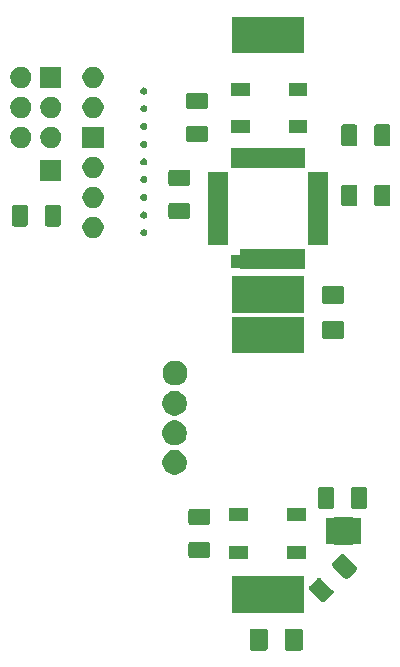
<source format=gbr>
G04 #@! TF.GenerationSoftware,KiCad,Pcbnew,(5.1.6)-1*
G04 #@! TF.CreationDate,2020-06-16T20:45:44-04:00*
G04 #@! TF.ProjectId,SRF Pendants,53524620-5065-46e6-9461-6e74732e6b69,rev?*
G04 #@! TF.SameCoordinates,Original*
G04 #@! TF.FileFunction,Soldermask,Bot*
G04 #@! TF.FilePolarity,Negative*
%FSLAX46Y46*%
G04 Gerber Fmt 4.6, Leading zero omitted, Abs format (unit mm)*
G04 Created by KiCad (PCBNEW (5.1.6)-1) date 2020-06-16 20:45:44*
%MOMM*%
%LPD*%
G01*
G04 APERTURE LIST*
%ADD10C,0.100000*%
G04 APERTURE END LIST*
D10*
G36*
X92300562Y-144778181D02*
G01*
X92335481Y-144788774D01*
X92367663Y-144805976D01*
X92395873Y-144829127D01*
X92419024Y-144857337D01*
X92436226Y-144889519D01*
X92446819Y-144924438D01*
X92451000Y-144966895D01*
X92451000Y-146433105D01*
X92446819Y-146475562D01*
X92436226Y-146510481D01*
X92419024Y-146542663D01*
X92395873Y-146570873D01*
X92367663Y-146594024D01*
X92335481Y-146611226D01*
X92300562Y-146621819D01*
X92258105Y-146626000D01*
X91116895Y-146626000D01*
X91074438Y-146621819D01*
X91039519Y-146611226D01*
X91007337Y-146594024D01*
X90979127Y-146570873D01*
X90955976Y-146542663D01*
X90938774Y-146510481D01*
X90928181Y-146475562D01*
X90924000Y-146433105D01*
X90924000Y-144966895D01*
X90928181Y-144924438D01*
X90938774Y-144889519D01*
X90955976Y-144857337D01*
X90979127Y-144829127D01*
X91007337Y-144805976D01*
X91039519Y-144788774D01*
X91074438Y-144778181D01*
X91116895Y-144774000D01*
X92258105Y-144774000D01*
X92300562Y-144778181D01*
G37*
G36*
X89325562Y-144778181D02*
G01*
X89360481Y-144788774D01*
X89392663Y-144805976D01*
X89420873Y-144829127D01*
X89444024Y-144857337D01*
X89461226Y-144889519D01*
X89471819Y-144924438D01*
X89476000Y-144966895D01*
X89476000Y-146433105D01*
X89471819Y-146475562D01*
X89461226Y-146510481D01*
X89444024Y-146542663D01*
X89420873Y-146570873D01*
X89392663Y-146594024D01*
X89360481Y-146611226D01*
X89325562Y-146621819D01*
X89283105Y-146626000D01*
X88141895Y-146626000D01*
X88099438Y-146621819D01*
X88064519Y-146611226D01*
X88032337Y-146594024D01*
X88004127Y-146570873D01*
X87980976Y-146542663D01*
X87963774Y-146510481D01*
X87953181Y-146475562D01*
X87949000Y-146433105D01*
X87949000Y-144966895D01*
X87953181Y-144924438D01*
X87963774Y-144889519D01*
X87980976Y-144857337D01*
X88004127Y-144829127D01*
X88032337Y-144805976D01*
X88064519Y-144788774D01*
X88099438Y-144778181D01*
X88141895Y-144774000D01*
X89283105Y-144774000D01*
X89325562Y-144778181D01*
G37*
G36*
X92551000Y-143451000D02*
G01*
X86449000Y-143451000D01*
X86449000Y-140349000D01*
X92551000Y-140349000D01*
X92551000Y-143451000D01*
G37*
G36*
X93871278Y-140442448D02*
G01*
X93907818Y-140453533D01*
X93941495Y-140471534D01*
X93975780Y-140499671D01*
X94024465Y-140548356D01*
X94024476Y-140548365D01*
X94951635Y-141475524D01*
X94951644Y-141475535D01*
X95000329Y-141524220D01*
X95028466Y-141558505D01*
X95046467Y-141592182D01*
X95057552Y-141628722D01*
X95061294Y-141666726D01*
X95057552Y-141704730D01*
X95046467Y-141741270D01*
X95028466Y-141774947D01*
X95000329Y-141809232D01*
X94951644Y-141857917D01*
X94951635Y-141857928D01*
X94378030Y-142431533D01*
X94378019Y-142431542D01*
X94329334Y-142480227D01*
X94295049Y-142508364D01*
X94261372Y-142526365D01*
X94224832Y-142537450D01*
X94186828Y-142541192D01*
X94148824Y-142537450D01*
X94112284Y-142526365D01*
X94078607Y-142508364D01*
X94044322Y-142480227D01*
X93995637Y-142431542D01*
X93995626Y-142431533D01*
X93068467Y-141504374D01*
X93068458Y-141504363D01*
X93019773Y-141455678D01*
X92991636Y-141421393D01*
X92973635Y-141387716D01*
X92962550Y-141351176D01*
X92958808Y-141313172D01*
X92962550Y-141275168D01*
X92973635Y-141238628D01*
X92991636Y-141204951D01*
X93019773Y-141170666D01*
X93068458Y-141121981D01*
X93068467Y-141121970D01*
X93642072Y-140548365D01*
X93642083Y-140548356D01*
X93690768Y-140499671D01*
X93725053Y-140471534D01*
X93758730Y-140453533D01*
X93795270Y-140442448D01*
X93833274Y-140438706D01*
X93871278Y-140442448D01*
G37*
G36*
X95851176Y-138462550D02*
G01*
X95887716Y-138473635D01*
X95921393Y-138491636D01*
X95955678Y-138519773D01*
X96004363Y-138568458D01*
X96004374Y-138568467D01*
X96931533Y-139495626D01*
X96931542Y-139495637D01*
X96980227Y-139544322D01*
X97008364Y-139578607D01*
X97026365Y-139612284D01*
X97037450Y-139648824D01*
X97041192Y-139686828D01*
X97037450Y-139724832D01*
X97026365Y-139761372D01*
X97008364Y-139795049D01*
X96980227Y-139829334D01*
X96931542Y-139878019D01*
X96931533Y-139878030D01*
X96357928Y-140451635D01*
X96357917Y-140451644D01*
X96309232Y-140500329D01*
X96274947Y-140528466D01*
X96241270Y-140546467D01*
X96204730Y-140557552D01*
X96166726Y-140561294D01*
X96128722Y-140557552D01*
X96092182Y-140546467D01*
X96058505Y-140528466D01*
X96024220Y-140500329D01*
X95975535Y-140451644D01*
X95975524Y-140451635D01*
X95048365Y-139524476D01*
X95048356Y-139524465D01*
X94999671Y-139475780D01*
X94971534Y-139441495D01*
X94953533Y-139407818D01*
X94942448Y-139371278D01*
X94938706Y-139333274D01*
X94942448Y-139295270D01*
X94953533Y-139258730D01*
X94971534Y-139225053D01*
X94999671Y-139190768D01*
X95048356Y-139142083D01*
X95048365Y-139142072D01*
X95621970Y-138568467D01*
X95621981Y-138568458D01*
X95670666Y-138519773D01*
X95704951Y-138491636D01*
X95738628Y-138473635D01*
X95775168Y-138462550D01*
X95813172Y-138458808D01*
X95851176Y-138462550D01*
G37*
G36*
X92751000Y-138851000D02*
G01*
X91149000Y-138851000D01*
X91149000Y-137749000D01*
X92751000Y-137749000D01*
X92751000Y-138851000D01*
G37*
G36*
X87851000Y-138851000D02*
G01*
X86249000Y-138851000D01*
X86249000Y-137749000D01*
X87851000Y-137749000D01*
X87851000Y-138851000D01*
G37*
G36*
X84468604Y-137428347D02*
G01*
X84505144Y-137439432D01*
X84538821Y-137457433D01*
X84568341Y-137481659D01*
X84592567Y-137511179D01*
X84610568Y-137544856D01*
X84621653Y-137581396D01*
X84626000Y-137625538D01*
X84626000Y-138574462D01*
X84621653Y-138618604D01*
X84610568Y-138655144D01*
X84592567Y-138688821D01*
X84568341Y-138718341D01*
X84538821Y-138742567D01*
X84505144Y-138760568D01*
X84468604Y-138771653D01*
X84424462Y-138776000D01*
X82975538Y-138776000D01*
X82931396Y-138771653D01*
X82894856Y-138760568D01*
X82861179Y-138742567D01*
X82831659Y-138718341D01*
X82807433Y-138688821D01*
X82789432Y-138655144D01*
X82778347Y-138618604D01*
X82774000Y-138574462D01*
X82774000Y-137625538D01*
X82778347Y-137581396D01*
X82789432Y-137544856D01*
X82807433Y-137511179D01*
X82831659Y-137481659D01*
X82861179Y-137457433D01*
X82894856Y-137439432D01*
X82931396Y-137428347D01*
X82975538Y-137424000D01*
X84424462Y-137424000D01*
X84468604Y-137428347D01*
G37*
G36*
X96697066Y-135343447D02*
G01*
X96712611Y-135362389D01*
X96731553Y-135377934D01*
X96753164Y-135389485D01*
X96776613Y-135396598D01*
X96800999Y-135399000D01*
X97401000Y-135399000D01*
X97401000Y-137601000D01*
X96800999Y-137601000D01*
X96776613Y-137603402D01*
X96753164Y-137610515D01*
X96731553Y-137622066D01*
X96712611Y-137637611D01*
X96697066Y-137656553D01*
X96686672Y-137676000D01*
X95113328Y-137676000D01*
X95102934Y-137656553D01*
X95087389Y-137637611D01*
X95068447Y-137622066D01*
X95046836Y-137610515D01*
X95023387Y-137603402D01*
X94999001Y-137601000D01*
X94399000Y-137601000D01*
X94399000Y-135399000D01*
X94999001Y-135399000D01*
X95023387Y-135396598D01*
X95046836Y-135389485D01*
X95068447Y-135377934D01*
X95087389Y-135362389D01*
X95102934Y-135343447D01*
X95113328Y-135324000D01*
X96686672Y-135324000D01*
X96697066Y-135343447D01*
G37*
G36*
X84468604Y-134628347D02*
G01*
X84505144Y-134639432D01*
X84538821Y-134657433D01*
X84568341Y-134681659D01*
X84592567Y-134711179D01*
X84610568Y-134744856D01*
X84621653Y-134781396D01*
X84626000Y-134825538D01*
X84626000Y-135774462D01*
X84621653Y-135818604D01*
X84610568Y-135855144D01*
X84592567Y-135888821D01*
X84568341Y-135918341D01*
X84538821Y-135942567D01*
X84505144Y-135960568D01*
X84468604Y-135971653D01*
X84424462Y-135976000D01*
X82975538Y-135976000D01*
X82931396Y-135971653D01*
X82894856Y-135960568D01*
X82861179Y-135942567D01*
X82831659Y-135918341D01*
X82807433Y-135888821D01*
X82789432Y-135855144D01*
X82778347Y-135818604D01*
X82774000Y-135774462D01*
X82774000Y-134825538D01*
X82778347Y-134781396D01*
X82789432Y-134744856D01*
X82807433Y-134711179D01*
X82831659Y-134681659D01*
X82861179Y-134657433D01*
X82894856Y-134639432D01*
X82931396Y-134628347D01*
X82975538Y-134624000D01*
X84424462Y-134624000D01*
X84468604Y-134628347D01*
G37*
G36*
X92751000Y-135651000D02*
G01*
X91149000Y-135651000D01*
X91149000Y-134549000D01*
X92751000Y-134549000D01*
X92751000Y-135651000D01*
G37*
G36*
X87851000Y-135651000D02*
G01*
X86249000Y-135651000D01*
X86249000Y-134549000D01*
X87851000Y-134549000D01*
X87851000Y-135651000D01*
G37*
G36*
X97718604Y-132778347D02*
G01*
X97755144Y-132789432D01*
X97788821Y-132807433D01*
X97818341Y-132831659D01*
X97842567Y-132861179D01*
X97860568Y-132894856D01*
X97871653Y-132931396D01*
X97876000Y-132975538D01*
X97876000Y-134424462D01*
X97871653Y-134468604D01*
X97860568Y-134505144D01*
X97842567Y-134538821D01*
X97818341Y-134568341D01*
X97788821Y-134592567D01*
X97755144Y-134610568D01*
X97718604Y-134621653D01*
X97674462Y-134626000D01*
X96725538Y-134626000D01*
X96681396Y-134621653D01*
X96644856Y-134610568D01*
X96611179Y-134592567D01*
X96581659Y-134568341D01*
X96557433Y-134538821D01*
X96539432Y-134505144D01*
X96528347Y-134468604D01*
X96524000Y-134424462D01*
X96524000Y-132975538D01*
X96528347Y-132931396D01*
X96539432Y-132894856D01*
X96557433Y-132861179D01*
X96581659Y-132831659D01*
X96611179Y-132807433D01*
X96644856Y-132789432D01*
X96681396Y-132778347D01*
X96725538Y-132774000D01*
X97674462Y-132774000D01*
X97718604Y-132778347D01*
G37*
G36*
X94918604Y-132778347D02*
G01*
X94955144Y-132789432D01*
X94988821Y-132807433D01*
X95018341Y-132831659D01*
X95042567Y-132861179D01*
X95060568Y-132894856D01*
X95071653Y-132931396D01*
X95076000Y-132975538D01*
X95076000Y-134424462D01*
X95071653Y-134468604D01*
X95060568Y-134505144D01*
X95042567Y-134538821D01*
X95018341Y-134568341D01*
X94988821Y-134592567D01*
X94955144Y-134610568D01*
X94918604Y-134621653D01*
X94874462Y-134626000D01*
X93925538Y-134626000D01*
X93881396Y-134621653D01*
X93844856Y-134610568D01*
X93811179Y-134592567D01*
X93781659Y-134568341D01*
X93757433Y-134538821D01*
X93739432Y-134505144D01*
X93728347Y-134468604D01*
X93724000Y-134424462D01*
X93724000Y-132975538D01*
X93728347Y-132931396D01*
X93739432Y-132894856D01*
X93757433Y-132861179D01*
X93781659Y-132831659D01*
X93811179Y-132807433D01*
X93844856Y-132789432D01*
X93881396Y-132778347D01*
X93925538Y-132774000D01*
X94874462Y-132774000D01*
X94918604Y-132778347D01*
G37*
G36*
X81906564Y-129689389D02*
G01*
X82097833Y-129768615D01*
X82097835Y-129768616D01*
X82269973Y-129883635D01*
X82416365Y-130030027D01*
X82531385Y-130202167D01*
X82610611Y-130393436D01*
X82651000Y-130596484D01*
X82651000Y-130803516D01*
X82610611Y-131006564D01*
X82531385Y-131197833D01*
X82531384Y-131197835D01*
X82416365Y-131369973D01*
X82269973Y-131516365D01*
X82097835Y-131631384D01*
X82097834Y-131631385D01*
X82097833Y-131631385D01*
X81906564Y-131710611D01*
X81703516Y-131751000D01*
X81496484Y-131751000D01*
X81293436Y-131710611D01*
X81102167Y-131631385D01*
X81102166Y-131631385D01*
X81102165Y-131631384D01*
X80930027Y-131516365D01*
X80783635Y-131369973D01*
X80668616Y-131197835D01*
X80668615Y-131197833D01*
X80589389Y-131006564D01*
X80549000Y-130803516D01*
X80549000Y-130596484D01*
X80589389Y-130393436D01*
X80668615Y-130202167D01*
X80783635Y-130030027D01*
X80930027Y-129883635D01*
X81102165Y-129768616D01*
X81102167Y-129768615D01*
X81293436Y-129689389D01*
X81496484Y-129649000D01*
X81703516Y-129649000D01*
X81906564Y-129689389D01*
G37*
G36*
X81906564Y-127189389D02*
G01*
X82097833Y-127268615D01*
X82097835Y-127268616D01*
X82269973Y-127383635D01*
X82416365Y-127530027D01*
X82531385Y-127702167D01*
X82610611Y-127893436D01*
X82651000Y-128096484D01*
X82651000Y-128303516D01*
X82610611Y-128506564D01*
X82531385Y-128697833D01*
X82531384Y-128697835D01*
X82416365Y-128869973D01*
X82269973Y-129016365D01*
X82097835Y-129131384D01*
X82097834Y-129131385D01*
X82097833Y-129131385D01*
X81906564Y-129210611D01*
X81703516Y-129251000D01*
X81496484Y-129251000D01*
X81293436Y-129210611D01*
X81102167Y-129131385D01*
X81102166Y-129131385D01*
X81102165Y-129131384D01*
X80930027Y-129016365D01*
X80783635Y-128869973D01*
X80668616Y-128697835D01*
X80668615Y-128697833D01*
X80589389Y-128506564D01*
X80549000Y-128303516D01*
X80549000Y-128096484D01*
X80589389Y-127893436D01*
X80668615Y-127702167D01*
X80783635Y-127530027D01*
X80930027Y-127383635D01*
X81102165Y-127268616D01*
X81102167Y-127268615D01*
X81293436Y-127189389D01*
X81496484Y-127149000D01*
X81703516Y-127149000D01*
X81906564Y-127189389D01*
G37*
G36*
X81906564Y-124689389D02*
G01*
X82097833Y-124768615D01*
X82097835Y-124768616D01*
X82269973Y-124883635D01*
X82416365Y-125030027D01*
X82531385Y-125202167D01*
X82610611Y-125393436D01*
X82651000Y-125596484D01*
X82651000Y-125803516D01*
X82610611Y-126006564D01*
X82531385Y-126197833D01*
X82531384Y-126197835D01*
X82416365Y-126369973D01*
X82269973Y-126516365D01*
X82097835Y-126631384D01*
X82097834Y-126631385D01*
X82097833Y-126631385D01*
X81906564Y-126710611D01*
X81703516Y-126751000D01*
X81496484Y-126751000D01*
X81293436Y-126710611D01*
X81102167Y-126631385D01*
X81102166Y-126631385D01*
X81102165Y-126631384D01*
X80930027Y-126516365D01*
X80783635Y-126369973D01*
X80668616Y-126197835D01*
X80668615Y-126197833D01*
X80589389Y-126006564D01*
X80549000Y-125803516D01*
X80549000Y-125596484D01*
X80589389Y-125393436D01*
X80668615Y-125202167D01*
X80783635Y-125030027D01*
X80930027Y-124883635D01*
X81102165Y-124768616D01*
X81102167Y-124768615D01*
X81293436Y-124689389D01*
X81496484Y-124649000D01*
X81703516Y-124649000D01*
X81906564Y-124689389D01*
G37*
G36*
X81946564Y-122125389D02*
G01*
X82137833Y-122204615D01*
X82137835Y-122204616D01*
X82309973Y-122319635D01*
X82456365Y-122466027D01*
X82571385Y-122638167D01*
X82650611Y-122829436D01*
X82691000Y-123032484D01*
X82691000Y-123239516D01*
X82650611Y-123442564D01*
X82571385Y-123633833D01*
X82571384Y-123633835D01*
X82456365Y-123805973D01*
X82309973Y-123952365D01*
X82137835Y-124067384D01*
X82137834Y-124067385D01*
X82137833Y-124067385D01*
X81946564Y-124146611D01*
X81743516Y-124187000D01*
X81536484Y-124187000D01*
X81333436Y-124146611D01*
X81142167Y-124067385D01*
X81142166Y-124067385D01*
X81142165Y-124067384D01*
X80970027Y-123952365D01*
X80823635Y-123805973D01*
X80708616Y-123633835D01*
X80708615Y-123633833D01*
X80629389Y-123442564D01*
X80589000Y-123239516D01*
X80589000Y-123032484D01*
X80629389Y-122829436D01*
X80708615Y-122638167D01*
X80823635Y-122466027D01*
X80970027Y-122319635D01*
X81142165Y-122204616D01*
X81142167Y-122204615D01*
X81333436Y-122125389D01*
X81536484Y-122085000D01*
X81743516Y-122085000D01*
X81946564Y-122125389D01*
G37*
G36*
X92551000Y-121451000D02*
G01*
X86449000Y-121451000D01*
X86449000Y-118349000D01*
X92551000Y-118349000D01*
X92551000Y-121451000D01*
G37*
G36*
X95775562Y-118728181D02*
G01*
X95810481Y-118738774D01*
X95842663Y-118755976D01*
X95870873Y-118779127D01*
X95894024Y-118807337D01*
X95911226Y-118839519D01*
X95921819Y-118874438D01*
X95926000Y-118916895D01*
X95926000Y-120058105D01*
X95921819Y-120100562D01*
X95911226Y-120135481D01*
X95894024Y-120167663D01*
X95870873Y-120195873D01*
X95842663Y-120219024D01*
X95810481Y-120236226D01*
X95775562Y-120246819D01*
X95733105Y-120251000D01*
X94266895Y-120251000D01*
X94224438Y-120246819D01*
X94189519Y-120236226D01*
X94157337Y-120219024D01*
X94129127Y-120195873D01*
X94105976Y-120167663D01*
X94088774Y-120135481D01*
X94078181Y-120100562D01*
X94074000Y-120058105D01*
X94074000Y-118916895D01*
X94078181Y-118874438D01*
X94088774Y-118839519D01*
X94105976Y-118807337D01*
X94129127Y-118779127D01*
X94157337Y-118755976D01*
X94189519Y-118738774D01*
X94224438Y-118728181D01*
X94266895Y-118724000D01*
X95733105Y-118724000D01*
X95775562Y-118728181D01*
G37*
G36*
X92551000Y-118051000D02*
G01*
X86449000Y-118051000D01*
X86449000Y-114949000D01*
X92551000Y-114949000D01*
X92551000Y-118051000D01*
G37*
G36*
X95775562Y-115753181D02*
G01*
X95810481Y-115763774D01*
X95842663Y-115780976D01*
X95870873Y-115804127D01*
X95894024Y-115832337D01*
X95911226Y-115864519D01*
X95921819Y-115899438D01*
X95926000Y-115941895D01*
X95926000Y-117083105D01*
X95921819Y-117125562D01*
X95911226Y-117160481D01*
X95894024Y-117192663D01*
X95870873Y-117220873D01*
X95842663Y-117244024D01*
X95810481Y-117261226D01*
X95775562Y-117271819D01*
X95733105Y-117276000D01*
X94266895Y-117276000D01*
X94224438Y-117271819D01*
X94189519Y-117261226D01*
X94157337Y-117244024D01*
X94129127Y-117220873D01*
X94105976Y-117192663D01*
X94088774Y-117160481D01*
X94078181Y-117125562D01*
X94074000Y-117083105D01*
X94074000Y-115941895D01*
X94078181Y-115899438D01*
X94088774Y-115864519D01*
X94105976Y-115832337D01*
X94129127Y-115804127D01*
X94157337Y-115780976D01*
X94189519Y-115763774D01*
X94224438Y-115753181D01*
X94266895Y-115749000D01*
X95733105Y-115749000D01*
X95775562Y-115753181D01*
G37*
G36*
X92626000Y-114301000D02*
G01*
X87148377Y-114301000D01*
X87137389Y-114287611D01*
X87118447Y-114272066D01*
X87096836Y-114260515D01*
X87073387Y-114253402D01*
X87049001Y-114251000D01*
X86374000Y-114251000D01*
X86374000Y-113149000D01*
X87049001Y-113149000D01*
X87073387Y-113146598D01*
X87096836Y-113139485D01*
X87118447Y-113127934D01*
X87137389Y-113112389D01*
X87152934Y-113093447D01*
X87164485Y-113071836D01*
X87171598Y-113048387D01*
X87174000Y-113024001D01*
X87174000Y-112599000D01*
X92626000Y-112599000D01*
X92626000Y-114301000D01*
G37*
G36*
X94601000Y-112326000D02*
G01*
X92899000Y-112326000D01*
X92899000Y-106074000D01*
X94601000Y-106074000D01*
X94601000Y-112326000D01*
G37*
G36*
X86101000Y-112326000D02*
G01*
X84399000Y-112326000D01*
X84399000Y-106074000D01*
X86101000Y-106074000D01*
X86101000Y-112326000D01*
G37*
G36*
X74813512Y-109903927D02*
G01*
X74962812Y-109933624D01*
X75126784Y-110001544D01*
X75274354Y-110100147D01*
X75399853Y-110225646D01*
X75498456Y-110373216D01*
X75566376Y-110537188D01*
X75601000Y-110711259D01*
X75601000Y-110888741D01*
X75566376Y-111062812D01*
X75498456Y-111226784D01*
X75399853Y-111374354D01*
X75274354Y-111499853D01*
X75126784Y-111598456D01*
X74962812Y-111666376D01*
X74813512Y-111696073D01*
X74788742Y-111701000D01*
X74611258Y-111701000D01*
X74586488Y-111696073D01*
X74437188Y-111666376D01*
X74273216Y-111598456D01*
X74125646Y-111499853D01*
X74000147Y-111374354D01*
X73901544Y-111226784D01*
X73833624Y-111062812D01*
X73799000Y-110888741D01*
X73799000Y-110711259D01*
X73833624Y-110537188D01*
X73901544Y-110373216D01*
X74000147Y-110225646D01*
X74125646Y-110100147D01*
X74273216Y-110001544D01*
X74437188Y-109933624D01*
X74586488Y-109903927D01*
X74611258Y-109899000D01*
X74788742Y-109899000D01*
X74813512Y-109903927D01*
G37*
G36*
X79087797Y-110960567D02*
G01*
X79142575Y-110983257D01*
X79142577Y-110983258D01*
X79191876Y-111016198D01*
X79233802Y-111058124D01*
X79236934Y-111062812D01*
X79266743Y-111107425D01*
X79289433Y-111162203D01*
X79301000Y-111220353D01*
X79301000Y-111279647D01*
X79289433Y-111337797D01*
X79274291Y-111374353D01*
X79266742Y-111392577D01*
X79233802Y-111441876D01*
X79191876Y-111483802D01*
X79142577Y-111516742D01*
X79142576Y-111516743D01*
X79142575Y-111516743D01*
X79087797Y-111539433D01*
X79029647Y-111551000D01*
X78970353Y-111551000D01*
X78912203Y-111539433D01*
X78857425Y-111516743D01*
X78857424Y-111516743D01*
X78857423Y-111516742D01*
X78808124Y-111483802D01*
X78766198Y-111441876D01*
X78733258Y-111392577D01*
X78725709Y-111374353D01*
X78710567Y-111337797D01*
X78699000Y-111279647D01*
X78699000Y-111220353D01*
X78710567Y-111162203D01*
X78733257Y-111107425D01*
X78763066Y-111062812D01*
X78766198Y-111058124D01*
X78808124Y-111016198D01*
X78857423Y-110983258D01*
X78857425Y-110983257D01*
X78912203Y-110960567D01*
X78970353Y-110949000D01*
X79029647Y-110949000D01*
X79087797Y-110960567D01*
G37*
G36*
X71818604Y-108878347D02*
G01*
X71855144Y-108889432D01*
X71888821Y-108907433D01*
X71918341Y-108931659D01*
X71942567Y-108961179D01*
X71960568Y-108994856D01*
X71971653Y-109031396D01*
X71976000Y-109075538D01*
X71976000Y-110524462D01*
X71971653Y-110568604D01*
X71960568Y-110605144D01*
X71942567Y-110638821D01*
X71918341Y-110668341D01*
X71888821Y-110692567D01*
X71855144Y-110710568D01*
X71818604Y-110721653D01*
X71774462Y-110726000D01*
X70825538Y-110726000D01*
X70781396Y-110721653D01*
X70744856Y-110710568D01*
X70711179Y-110692567D01*
X70681659Y-110668341D01*
X70657433Y-110638821D01*
X70639432Y-110605144D01*
X70628347Y-110568604D01*
X70624000Y-110524462D01*
X70624000Y-109075538D01*
X70628347Y-109031396D01*
X70639432Y-108994856D01*
X70657433Y-108961179D01*
X70681659Y-108931659D01*
X70711179Y-108907433D01*
X70744856Y-108889432D01*
X70781396Y-108878347D01*
X70825538Y-108874000D01*
X71774462Y-108874000D01*
X71818604Y-108878347D01*
G37*
G36*
X69018604Y-108878347D02*
G01*
X69055144Y-108889432D01*
X69088821Y-108907433D01*
X69118341Y-108931659D01*
X69142567Y-108961179D01*
X69160568Y-108994856D01*
X69171653Y-109031396D01*
X69176000Y-109075538D01*
X69176000Y-110524462D01*
X69171653Y-110568604D01*
X69160568Y-110605144D01*
X69142567Y-110638821D01*
X69118341Y-110668341D01*
X69088821Y-110692567D01*
X69055144Y-110710568D01*
X69018604Y-110721653D01*
X68974462Y-110726000D01*
X68025538Y-110726000D01*
X67981396Y-110721653D01*
X67944856Y-110710568D01*
X67911179Y-110692567D01*
X67881659Y-110668341D01*
X67857433Y-110638821D01*
X67839432Y-110605144D01*
X67828347Y-110568604D01*
X67824000Y-110524462D01*
X67824000Y-109075538D01*
X67828347Y-109031396D01*
X67839432Y-108994856D01*
X67857433Y-108961179D01*
X67881659Y-108931659D01*
X67911179Y-108907433D01*
X67944856Y-108889432D01*
X67981396Y-108878347D01*
X68025538Y-108874000D01*
X68974462Y-108874000D01*
X69018604Y-108878347D01*
G37*
G36*
X82768604Y-108728347D02*
G01*
X82805144Y-108739432D01*
X82838821Y-108757433D01*
X82868341Y-108781659D01*
X82892567Y-108811179D01*
X82910568Y-108844856D01*
X82921653Y-108881396D01*
X82926000Y-108925538D01*
X82926000Y-109874462D01*
X82921653Y-109918604D01*
X82910568Y-109955144D01*
X82892567Y-109988821D01*
X82868341Y-110018341D01*
X82838821Y-110042567D01*
X82805144Y-110060568D01*
X82768604Y-110071653D01*
X82724462Y-110076000D01*
X81275538Y-110076000D01*
X81231396Y-110071653D01*
X81194856Y-110060568D01*
X81161179Y-110042567D01*
X81131659Y-110018341D01*
X81107433Y-109988821D01*
X81089432Y-109955144D01*
X81078347Y-109918604D01*
X81074000Y-109874462D01*
X81074000Y-108925538D01*
X81078347Y-108881396D01*
X81089432Y-108844856D01*
X81107433Y-108811179D01*
X81131659Y-108781659D01*
X81161179Y-108757433D01*
X81194856Y-108739432D01*
X81231396Y-108728347D01*
X81275538Y-108724000D01*
X82724462Y-108724000D01*
X82768604Y-108728347D01*
G37*
G36*
X79087797Y-109460567D02*
G01*
X79142575Y-109483257D01*
X79142577Y-109483258D01*
X79191876Y-109516198D01*
X79233802Y-109558124D01*
X79266742Y-109607423D01*
X79266743Y-109607425D01*
X79289433Y-109662203D01*
X79301000Y-109720353D01*
X79301000Y-109779647D01*
X79289433Y-109837797D01*
X79266743Y-109892575D01*
X79266742Y-109892577D01*
X79233802Y-109941876D01*
X79191876Y-109983802D01*
X79142577Y-110016742D01*
X79142576Y-110016743D01*
X79142575Y-110016743D01*
X79087797Y-110039433D01*
X79029647Y-110051000D01*
X78970353Y-110051000D01*
X78912203Y-110039433D01*
X78857425Y-110016743D01*
X78857424Y-110016743D01*
X78857423Y-110016742D01*
X78808124Y-109983802D01*
X78766198Y-109941876D01*
X78733258Y-109892577D01*
X78733257Y-109892575D01*
X78710567Y-109837797D01*
X78699000Y-109779647D01*
X78699000Y-109720353D01*
X78710567Y-109662203D01*
X78733257Y-109607425D01*
X78733258Y-109607423D01*
X78766198Y-109558124D01*
X78808124Y-109516198D01*
X78857423Y-109483258D01*
X78857425Y-109483257D01*
X78912203Y-109460567D01*
X78970353Y-109449000D01*
X79029647Y-109449000D01*
X79087797Y-109460567D01*
G37*
G36*
X74813512Y-107363927D02*
G01*
X74962812Y-107393624D01*
X75126784Y-107461544D01*
X75274354Y-107560147D01*
X75399853Y-107685646D01*
X75498456Y-107833216D01*
X75566376Y-107997188D01*
X75588303Y-108107425D01*
X75599199Y-108162202D01*
X75601000Y-108171259D01*
X75601000Y-108348741D01*
X75566376Y-108522812D01*
X75498456Y-108686784D01*
X75399853Y-108834354D01*
X75274354Y-108959853D01*
X75126784Y-109058456D01*
X74962812Y-109126376D01*
X74813512Y-109156073D01*
X74788742Y-109161000D01*
X74611258Y-109161000D01*
X74586488Y-109156073D01*
X74437188Y-109126376D01*
X74273216Y-109058456D01*
X74125646Y-108959853D01*
X74000147Y-108834354D01*
X73901544Y-108686784D01*
X73833624Y-108522812D01*
X73799000Y-108348741D01*
X73799000Y-108171259D01*
X73800802Y-108162202D01*
X73811697Y-108107425D01*
X73833624Y-107997188D01*
X73901544Y-107833216D01*
X74000147Y-107685646D01*
X74125646Y-107560147D01*
X74273216Y-107461544D01*
X74437188Y-107393624D01*
X74586488Y-107363927D01*
X74611258Y-107359000D01*
X74788742Y-107359000D01*
X74813512Y-107363927D01*
G37*
G36*
X96908604Y-107178347D02*
G01*
X96945144Y-107189432D01*
X96978821Y-107207433D01*
X97008341Y-107231659D01*
X97032567Y-107261179D01*
X97050568Y-107294856D01*
X97061653Y-107331396D01*
X97066000Y-107375538D01*
X97066000Y-108824462D01*
X97061653Y-108868604D01*
X97050568Y-108905144D01*
X97032567Y-108938821D01*
X97008341Y-108968341D01*
X96978821Y-108992567D01*
X96945144Y-109010568D01*
X96908604Y-109021653D01*
X96864462Y-109026000D01*
X95915538Y-109026000D01*
X95871396Y-109021653D01*
X95834856Y-109010568D01*
X95801179Y-108992567D01*
X95771659Y-108968341D01*
X95747433Y-108938821D01*
X95729432Y-108905144D01*
X95718347Y-108868604D01*
X95714000Y-108824462D01*
X95714000Y-107375538D01*
X95718347Y-107331396D01*
X95729432Y-107294856D01*
X95747433Y-107261179D01*
X95771659Y-107231659D01*
X95801179Y-107207433D01*
X95834856Y-107189432D01*
X95871396Y-107178347D01*
X95915538Y-107174000D01*
X96864462Y-107174000D01*
X96908604Y-107178347D01*
G37*
G36*
X99708604Y-107178347D02*
G01*
X99745144Y-107189432D01*
X99778821Y-107207433D01*
X99808341Y-107231659D01*
X99832567Y-107261179D01*
X99850568Y-107294856D01*
X99861653Y-107331396D01*
X99866000Y-107375538D01*
X99866000Y-108824462D01*
X99861653Y-108868604D01*
X99850568Y-108905144D01*
X99832567Y-108938821D01*
X99808341Y-108968341D01*
X99778821Y-108992567D01*
X99745144Y-109010568D01*
X99708604Y-109021653D01*
X99664462Y-109026000D01*
X98715538Y-109026000D01*
X98671396Y-109021653D01*
X98634856Y-109010568D01*
X98601179Y-108992567D01*
X98571659Y-108968341D01*
X98547433Y-108938821D01*
X98529432Y-108905144D01*
X98518347Y-108868604D01*
X98514000Y-108824462D01*
X98514000Y-107375538D01*
X98518347Y-107331396D01*
X98529432Y-107294856D01*
X98547433Y-107261179D01*
X98571659Y-107231659D01*
X98601179Y-107207433D01*
X98634856Y-107189432D01*
X98671396Y-107178347D01*
X98715538Y-107174000D01*
X99664462Y-107174000D01*
X99708604Y-107178347D01*
G37*
G36*
X79087797Y-107960567D02*
G01*
X79142575Y-107983257D01*
X79142577Y-107983258D01*
X79191876Y-108016198D01*
X79233802Y-108058124D01*
X79266742Y-108107423D01*
X79266743Y-108107425D01*
X79289433Y-108162203D01*
X79301000Y-108220353D01*
X79301000Y-108279647D01*
X79289433Y-108337797D01*
X79284899Y-108348742D01*
X79266742Y-108392577D01*
X79233802Y-108441876D01*
X79191876Y-108483802D01*
X79142577Y-108516742D01*
X79142576Y-108516743D01*
X79142575Y-108516743D01*
X79087797Y-108539433D01*
X79029647Y-108551000D01*
X78970353Y-108551000D01*
X78912203Y-108539433D01*
X78857425Y-108516743D01*
X78857424Y-108516743D01*
X78857423Y-108516742D01*
X78808124Y-108483802D01*
X78766198Y-108441876D01*
X78733258Y-108392577D01*
X78715101Y-108348742D01*
X78710567Y-108337797D01*
X78699000Y-108279647D01*
X78699000Y-108220353D01*
X78710567Y-108162203D01*
X78733257Y-108107425D01*
X78733258Y-108107423D01*
X78766198Y-108058124D01*
X78808124Y-108016198D01*
X78857423Y-107983258D01*
X78857425Y-107983257D01*
X78912203Y-107960567D01*
X78970353Y-107949000D01*
X79029647Y-107949000D01*
X79087797Y-107960567D01*
G37*
G36*
X82768604Y-105928347D02*
G01*
X82805144Y-105939432D01*
X82838821Y-105957433D01*
X82868341Y-105981659D01*
X82892567Y-106011179D01*
X82910568Y-106044856D01*
X82921653Y-106081396D01*
X82926000Y-106125538D01*
X82926000Y-107074462D01*
X82921653Y-107118604D01*
X82910568Y-107155144D01*
X82892567Y-107188821D01*
X82868341Y-107218341D01*
X82838821Y-107242567D01*
X82805144Y-107260568D01*
X82768604Y-107271653D01*
X82724462Y-107276000D01*
X81275538Y-107276000D01*
X81231396Y-107271653D01*
X81194856Y-107260568D01*
X81161179Y-107242567D01*
X81131659Y-107218341D01*
X81107433Y-107188821D01*
X81089432Y-107155144D01*
X81078347Y-107118604D01*
X81074000Y-107074462D01*
X81074000Y-106125538D01*
X81078347Y-106081396D01*
X81089432Y-106044856D01*
X81107433Y-106011179D01*
X81131659Y-105981659D01*
X81161179Y-105957433D01*
X81194856Y-105939432D01*
X81231396Y-105928347D01*
X81275538Y-105924000D01*
X82724462Y-105924000D01*
X82768604Y-105928347D01*
G37*
G36*
X79087797Y-106460567D02*
G01*
X79142575Y-106483257D01*
X79142577Y-106483258D01*
X79191876Y-106516198D01*
X79233802Y-106558124D01*
X79252678Y-106586375D01*
X79266743Y-106607425D01*
X79289433Y-106662203D01*
X79301000Y-106720353D01*
X79301000Y-106779647D01*
X79289433Y-106837797D01*
X79274437Y-106874000D01*
X79266742Y-106892577D01*
X79233802Y-106941876D01*
X79191876Y-106983802D01*
X79142577Y-107016742D01*
X79142576Y-107016743D01*
X79142575Y-107016743D01*
X79087797Y-107039433D01*
X79029647Y-107051000D01*
X78970353Y-107051000D01*
X78912203Y-107039433D01*
X78857425Y-107016743D01*
X78857424Y-107016743D01*
X78857423Y-107016742D01*
X78808124Y-106983802D01*
X78766198Y-106941876D01*
X78733258Y-106892577D01*
X78725563Y-106874000D01*
X78710567Y-106837797D01*
X78699000Y-106779647D01*
X78699000Y-106720353D01*
X78710567Y-106662203D01*
X78733257Y-106607425D01*
X78747322Y-106586375D01*
X78766198Y-106558124D01*
X78808124Y-106516198D01*
X78857423Y-106483258D01*
X78857425Y-106483257D01*
X78912203Y-106460567D01*
X78970353Y-106449000D01*
X79029647Y-106449000D01*
X79087797Y-106460567D01*
G37*
G36*
X72001000Y-106901000D02*
G01*
X70199000Y-106901000D01*
X70199000Y-105099000D01*
X72001000Y-105099000D01*
X72001000Y-106901000D01*
G37*
G36*
X74813512Y-104823927D02*
G01*
X74962812Y-104853624D01*
X75126784Y-104921544D01*
X75274354Y-105020147D01*
X75399853Y-105145646D01*
X75498456Y-105293216D01*
X75566376Y-105457188D01*
X75601000Y-105631259D01*
X75601000Y-105808741D01*
X75566376Y-105982812D01*
X75498456Y-106146784D01*
X75399853Y-106294354D01*
X75274354Y-106419853D01*
X75126784Y-106518456D01*
X74962812Y-106586376D01*
X74813512Y-106616073D01*
X74788742Y-106621000D01*
X74611258Y-106621000D01*
X74586488Y-106616073D01*
X74437188Y-106586376D01*
X74273216Y-106518456D01*
X74125646Y-106419853D01*
X74000147Y-106294354D01*
X73901544Y-106146784D01*
X73833624Y-105982812D01*
X73799000Y-105808741D01*
X73799000Y-105631259D01*
X73833624Y-105457188D01*
X73901544Y-105293216D01*
X74000147Y-105145646D01*
X74125646Y-105020147D01*
X74273216Y-104921544D01*
X74437188Y-104853624D01*
X74586488Y-104823927D01*
X74611258Y-104819000D01*
X74788742Y-104819000D01*
X74813512Y-104823927D01*
G37*
G36*
X92626000Y-105801000D02*
G01*
X86374000Y-105801000D01*
X86374000Y-104099000D01*
X92626000Y-104099000D01*
X92626000Y-105801000D01*
G37*
G36*
X79087797Y-104960567D02*
G01*
X79142575Y-104983257D01*
X79142577Y-104983258D01*
X79191876Y-105016198D01*
X79233802Y-105058124D01*
X79261114Y-105099000D01*
X79266743Y-105107425D01*
X79289433Y-105162203D01*
X79301000Y-105220353D01*
X79301000Y-105279647D01*
X79289433Y-105337797D01*
X79266743Y-105392575D01*
X79266742Y-105392577D01*
X79233802Y-105441876D01*
X79191876Y-105483802D01*
X79142577Y-105516742D01*
X79142576Y-105516743D01*
X79142575Y-105516743D01*
X79087797Y-105539433D01*
X79029647Y-105551000D01*
X78970353Y-105551000D01*
X78912203Y-105539433D01*
X78857425Y-105516743D01*
X78857424Y-105516743D01*
X78857423Y-105516742D01*
X78808124Y-105483802D01*
X78766198Y-105441876D01*
X78733258Y-105392577D01*
X78733257Y-105392575D01*
X78710567Y-105337797D01*
X78699000Y-105279647D01*
X78699000Y-105220353D01*
X78710567Y-105162203D01*
X78733257Y-105107425D01*
X78738886Y-105099000D01*
X78766198Y-105058124D01*
X78808124Y-105016198D01*
X78857423Y-104983258D01*
X78857425Y-104983257D01*
X78912203Y-104960567D01*
X78970353Y-104949000D01*
X79029647Y-104949000D01*
X79087797Y-104960567D01*
G37*
G36*
X68682109Y-102281659D02*
G01*
X68842812Y-102313624D01*
X69006784Y-102381544D01*
X69154354Y-102480147D01*
X69279853Y-102605646D01*
X69378456Y-102753216D01*
X69446376Y-102917188D01*
X69481000Y-103091259D01*
X69481000Y-103268741D01*
X69446376Y-103442812D01*
X69378456Y-103606784D01*
X69279853Y-103754354D01*
X69154354Y-103879853D01*
X69006784Y-103978456D01*
X68842812Y-104046376D01*
X68693512Y-104076073D01*
X68668742Y-104081000D01*
X68491258Y-104081000D01*
X68466488Y-104076073D01*
X68317188Y-104046376D01*
X68153216Y-103978456D01*
X68005646Y-103879853D01*
X67880147Y-103754354D01*
X67781544Y-103606784D01*
X67713624Y-103442812D01*
X67679000Y-103268741D01*
X67679000Y-103091259D01*
X67713624Y-102917188D01*
X67781544Y-102753216D01*
X67880147Y-102605646D01*
X68005646Y-102480147D01*
X68153216Y-102381544D01*
X68317188Y-102313624D01*
X68477891Y-102281659D01*
X68491258Y-102279000D01*
X68668742Y-102279000D01*
X68682109Y-102281659D01*
G37*
G36*
X71222109Y-102281659D02*
G01*
X71382812Y-102313624D01*
X71546784Y-102381544D01*
X71694354Y-102480147D01*
X71819853Y-102605646D01*
X71918456Y-102753216D01*
X71986376Y-102917188D01*
X72021000Y-103091259D01*
X72021000Y-103268741D01*
X71986376Y-103442812D01*
X71918456Y-103606784D01*
X71819853Y-103754354D01*
X71694354Y-103879853D01*
X71546784Y-103978456D01*
X71382812Y-104046376D01*
X71233512Y-104076073D01*
X71208742Y-104081000D01*
X71031258Y-104081000D01*
X71006488Y-104076073D01*
X70857188Y-104046376D01*
X70693216Y-103978456D01*
X70545646Y-103879853D01*
X70420147Y-103754354D01*
X70321544Y-103606784D01*
X70253624Y-103442812D01*
X70219000Y-103268741D01*
X70219000Y-103091259D01*
X70253624Y-102917188D01*
X70321544Y-102753216D01*
X70420147Y-102605646D01*
X70545646Y-102480147D01*
X70693216Y-102381544D01*
X70857188Y-102313624D01*
X71017891Y-102281659D01*
X71031258Y-102279000D01*
X71208742Y-102279000D01*
X71222109Y-102281659D01*
G37*
G36*
X75601000Y-104081000D02*
G01*
X73799000Y-104081000D01*
X73799000Y-102279000D01*
X75601000Y-102279000D01*
X75601000Y-104081000D01*
G37*
G36*
X79087797Y-103460567D02*
G01*
X79142575Y-103483257D01*
X79142577Y-103483258D01*
X79191876Y-103516198D01*
X79233802Y-103558124D01*
X79266315Y-103606784D01*
X79266743Y-103607425D01*
X79289433Y-103662203D01*
X79301000Y-103720353D01*
X79301000Y-103779647D01*
X79289433Y-103837797D01*
X79271774Y-103880429D01*
X79266742Y-103892577D01*
X79233802Y-103941876D01*
X79191876Y-103983802D01*
X79142577Y-104016742D01*
X79142576Y-104016743D01*
X79142575Y-104016743D01*
X79087797Y-104039433D01*
X79029647Y-104051000D01*
X78970353Y-104051000D01*
X78912203Y-104039433D01*
X78857425Y-104016743D01*
X78857424Y-104016743D01*
X78857423Y-104016742D01*
X78808124Y-103983802D01*
X78766198Y-103941876D01*
X78733258Y-103892577D01*
X78728226Y-103880429D01*
X78710567Y-103837797D01*
X78699000Y-103779647D01*
X78699000Y-103720353D01*
X78710567Y-103662203D01*
X78733257Y-103607425D01*
X78733685Y-103606784D01*
X78766198Y-103558124D01*
X78808124Y-103516198D01*
X78857423Y-103483258D01*
X78857425Y-103483257D01*
X78912203Y-103460567D01*
X78970353Y-103449000D01*
X79029647Y-103449000D01*
X79087797Y-103460567D01*
G37*
G36*
X96918604Y-102078347D02*
G01*
X96955144Y-102089432D01*
X96988821Y-102107433D01*
X97018341Y-102131659D01*
X97042567Y-102161179D01*
X97060568Y-102194856D01*
X97071653Y-102231396D01*
X97076000Y-102275538D01*
X97076000Y-103724462D01*
X97071653Y-103768604D01*
X97060568Y-103805144D01*
X97042567Y-103838821D01*
X97018341Y-103868341D01*
X96988821Y-103892567D01*
X96955144Y-103910568D01*
X96918604Y-103921653D01*
X96874462Y-103926000D01*
X95925538Y-103926000D01*
X95881396Y-103921653D01*
X95844856Y-103910568D01*
X95811179Y-103892567D01*
X95781659Y-103868341D01*
X95757433Y-103838821D01*
X95739432Y-103805144D01*
X95728347Y-103768604D01*
X95724000Y-103724462D01*
X95724000Y-102275538D01*
X95728347Y-102231396D01*
X95739432Y-102194856D01*
X95757433Y-102161179D01*
X95781659Y-102131659D01*
X95811179Y-102107433D01*
X95844856Y-102089432D01*
X95881396Y-102078347D01*
X95925538Y-102074000D01*
X96874462Y-102074000D01*
X96918604Y-102078347D01*
G37*
G36*
X99718604Y-102078347D02*
G01*
X99755144Y-102089432D01*
X99788821Y-102107433D01*
X99818341Y-102131659D01*
X99842567Y-102161179D01*
X99860568Y-102194856D01*
X99871653Y-102231396D01*
X99876000Y-102275538D01*
X99876000Y-103724462D01*
X99871653Y-103768604D01*
X99860568Y-103805144D01*
X99842567Y-103838821D01*
X99818341Y-103868341D01*
X99788821Y-103892567D01*
X99755144Y-103910568D01*
X99718604Y-103921653D01*
X99674462Y-103926000D01*
X98725538Y-103926000D01*
X98681396Y-103921653D01*
X98644856Y-103910568D01*
X98611179Y-103892567D01*
X98581659Y-103868341D01*
X98557433Y-103838821D01*
X98539432Y-103805144D01*
X98528347Y-103768604D01*
X98524000Y-103724462D01*
X98524000Y-102275538D01*
X98528347Y-102231396D01*
X98539432Y-102194856D01*
X98557433Y-102161179D01*
X98581659Y-102131659D01*
X98611179Y-102107433D01*
X98644856Y-102089432D01*
X98681396Y-102078347D01*
X98725538Y-102074000D01*
X99674462Y-102074000D01*
X99718604Y-102078347D01*
G37*
G36*
X84268604Y-102228347D02*
G01*
X84305144Y-102239432D01*
X84338821Y-102257433D01*
X84368341Y-102281659D01*
X84392567Y-102311179D01*
X84410568Y-102344856D01*
X84421653Y-102381396D01*
X84426000Y-102425538D01*
X84426000Y-103374462D01*
X84421653Y-103418604D01*
X84410568Y-103455144D01*
X84392567Y-103488821D01*
X84368341Y-103518341D01*
X84338821Y-103542567D01*
X84305144Y-103560568D01*
X84268604Y-103571653D01*
X84224462Y-103576000D01*
X82775538Y-103576000D01*
X82731396Y-103571653D01*
X82694856Y-103560568D01*
X82661179Y-103542567D01*
X82631659Y-103518341D01*
X82607433Y-103488821D01*
X82589432Y-103455144D01*
X82578347Y-103418604D01*
X82574000Y-103374462D01*
X82574000Y-102425538D01*
X82578347Y-102381396D01*
X82589432Y-102344856D01*
X82607433Y-102311179D01*
X82631659Y-102281659D01*
X82661179Y-102257433D01*
X82694856Y-102239432D01*
X82731396Y-102228347D01*
X82775538Y-102224000D01*
X84224462Y-102224000D01*
X84268604Y-102228347D01*
G37*
G36*
X87951000Y-102851000D02*
G01*
X86349000Y-102851000D01*
X86349000Y-101749000D01*
X87951000Y-101749000D01*
X87951000Y-102851000D01*
G37*
G36*
X92851000Y-102851000D02*
G01*
X91249000Y-102851000D01*
X91249000Y-101749000D01*
X92851000Y-101749000D01*
X92851000Y-102851000D01*
G37*
G36*
X79087797Y-101960567D02*
G01*
X79142575Y-101983257D01*
X79142577Y-101983258D01*
X79191876Y-102016198D01*
X79233802Y-102058124D01*
X79266742Y-102107423D01*
X79266743Y-102107425D01*
X79289433Y-102162203D01*
X79301000Y-102220353D01*
X79301000Y-102279647D01*
X79289433Y-102337797D01*
X79271312Y-102381544D01*
X79266742Y-102392577D01*
X79233802Y-102441876D01*
X79191876Y-102483802D01*
X79142577Y-102516742D01*
X79142576Y-102516743D01*
X79142575Y-102516743D01*
X79087797Y-102539433D01*
X79029647Y-102551000D01*
X78970353Y-102551000D01*
X78912203Y-102539433D01*
X78857425Y-102516743D01*
X78857424Y-102516743D01*
X78857423Y-102516742D01*
X78808124Y-102483802D01*
X78766198Y-102441876D01*
X78733258Y-102392577D01*
X78728688Y-102381544D01*
X78710567Y-102337797D01*
X78699000Y-102279647D01*
X78699000Y-102220353D01*
X78710567Y-102162203D01*
X78733257Y-102107425D01*
X78733258Y-102107423D01*
X78766198Y-102058124D01*
X78808124Y-102016198D01*
X78857423Y-101983258D01*
X78857425Y-101983257D01*
X78912203Y-101960567D01*
X78970353Y-101949000D01*
X79029647Y-101949000D01*
X79087797Y-101960567D01*
G37*
G36*
X74813512Y-99743927D02*
G01*
X74962812Y-99773624D01*
X75126784Y-99841544D01*
X75274354Y-99940147D01*
X75399853Y-100065646D01*
X75498456Y-100213216D01*
X75566376Y-100377188D01*
X75601000Y-100551259D01*
X75601000Y-100728741D01*
X75566376Y-100902812D01*
X75498456Y-101066784D01*
X75399853Y-101214354D01*
X75274354Y-101339853D01*
X75126784Y-101438456D01*
X74962812Y-101506376D01*
X74813512Y-101536073D01*
X74788742Y-101541000D01*
X74611258Y-101541000D01*
X74586488Y-101536073D01*
X74437188Y-101506376D01*
X74273216Y-101438456D01*
X74125646Y-101339853D01*
X74000147Y-101214354D01*
X73901544Y-101066784D01*
X73833624Y-100902812D01*
X73799000Y-100728741D01*
X73799000Y-100551259D01*
X73833624Y-100377188D01*
X73901544Y-100213216D01*
X74000147Y-100065646D01*
X74125646Y-99940147D01*
X74273216Y-99841544D01*
X74437188Y-99773624D01*
X74586488Y-99743927D01*
X74611258Y-99739000D01*
X74788742Y-99739000D01*
X74813512Y-99743927D01*
G37*
G36*
X68693512Y-99743927D02*
G01*
X68842812Y-99773624D01*
X69006784Y-99841544D01*
X69154354Y-99940147D01*
X69279853Y-100065646D01*
X69378456Y-100213216D01*
X69446376Y-100377188D01*
X69481000Y-100551259D01*
X69481000Y-100728741D01*
X69446376Y-100902812D01*
X69378456Y-101066784D01*
X69279853Y-101214354D01*
X69154354Y-101339853D01*
X69006784Y-101438456D01*
X68842812Y-101506376D01*
X68693512Y-101536073D01*
X68668742Y-101541000D01*
X68491258Y-101541000D01*
X68466488Y-101536073D01*
X68317188Y-101506376D01*
X68153216Y-101438456D01*
X68005646Y-101339853D01*
X67880147Y-101214354D01*
X67781544Y-101066784D01*
X67713624Y-100902812D01*
X67679000Y-100728741D01*
X67679000Y-100551259D01*
X67713624Y-100377188D01*
X67781544Y-100213216D01*
X67880147Y-100065646D01*
X68005646Y-99940147D01*
X68153216Y-99841544D01*
X68317188Y-99773624D01*
X68466488Y-99743927D01*
X68491258Y-99739000D01*
X68668742Y-99739000D01*
X68693512Y-99743927D01*
G37*
G36*
X71233512Y-99743927D02*
G01*
X71382812Y-99773624D01*
X71546784Y-99841544D01*
X71694354Y-99940147D01*
X71819853Y-100065646D01*
X71918456Y-100213216D01*
X71986376Y-100377188D01*
X72021000Y-100551259D01*
X72021000Y-100728741D01*
X71986376Y-100902812D01*
X71918456Y-101066784D01*
X71819853Y-101214354D01*
X71694354Y-101339853D01*
X71546784Y-101438456D01*
X71382812Y-101506376D01*
X71233512Y-101536073D01*
X71208742Y-101541000D01*
X71031258Y-101541000D01*
X71006488Y-101536073D01*
X70857188Y-101506376D01*
X70693216Y-101438456D01*
X70545646Y-101339853D01*
X70420147Y-101214354D01*
X70321544Y-101066784D01*
X70253624Y-100902812D01*
X70219000Y-100728741D01*
X70219000Y-100551259D01*
X70253624Y-100377188D01*
X70321544Y-100213216D01*
X70420147Y-100065646D01*
X70545646Y-99940147D01*
X70693216Y-99841544D01*
X70857188Y-99773624D01*
X71006488Y-99743927D01*
X71031258Y-99739000D01*
X71208742Y-99739000D01*
X71233512Y-99743927D01*
G37*
G36*
X79087797Y-100460567D02*
G01*
X79142575Y-100483257D01*
X79142577Y-100483258D01*
X79191876Y-100516198D01*
X79233802Y-100558124D01*
X79266742Y-100607423D01*
X79266743Y-100607425D01*
X79289433Y-100662203D01*
X79301000Y-100720353D01*
X79301000Y-100779647D01*
X79289433Y-100837797D01*
X79266743Y-100892575D01*
X79266742Y-100892577D01*
X79233802Y-100941876D01*
X79191876Y-100983802D01*
X79142577Y-101016742D01*
X79142576Y-101016743D01*
X79142575Y-101016743D01*
X79087797Y-101039433D01*
X79029647Y-101051000D01*
X78970353Y-101051000D01*
X78912203Y-101039433D01*
X78857425Y-101016743D01*
X78857424Y-101016743D01*
X78857423Y-101016742D01*
X78808124Y-100983802D01*
X78766198Y-100941876D01*
X78733258Y-100892577D01*
X78733257Y-100892575D01*
X78710567Y-100837797D01*
X78699000Y-100779647D01*
X78699000Y-100720353D01*
X78710567Y-100662203D01*
X78733257Y-100607425D01*
X78733258Y-100607423D01*
X78766198Y-100558124D01*
X78808124Y-100516198D01*
X78857423Y-100483258D01*
X78857425Y-100483257D01*
X78912203Y-100460567D01*
X78970353Y-100449000D01*
X79029647Y-100449000D01*
X79087797Y-100460567D01*
G37*
G36*
X84268604Y-99428347D02*
G01*
X84305144Y-99439432D01*
X84338821Y-99457433D01*
X84368341Y-99481659D01*
X84392567Y-99511179D01*
X84410568Y-99544856D01*
X84421653Y-99581396D01*
X84426000Y-99625538D01*
X84426000Y-100574462D01*
X84421653Y-100618604D01*
X84410568Y-100655144D01*
X84392567Y-100688821D01*
X84368341Y-100718341D01*
X84338821Y-100742567D01*
X84305144Y-100760568D01*
X84268604Y-100771653D01*
X84224462Y-100776000D01*
X82775538Y-100776000D01*
X82731396Y-100771653D01*
X82694856Y-100760568D01*
X82661179Y-100742567D01*
X82631659Y-100718341D01*
X82607433Y-100688821D01*
X82589432Y-100655144D01*
X82578347Y-100618604D01*
X82574000Y-100574462D01*
X82574000Y-99625538D01*
X82578347Y-99581396D01*
X82589432Y-99544856D01*
X82607433Y-99511179D01*
X82631659Y-99481659D01*
X82661179Y-99457433D01*
X82694856Y-99439432D01*
X82731396Y-99428347D01*
X82775538Y-99424000D01*
X84224462Y-99424000D01*
X84268604Y-99428347D01*
G37*
G36*
X92851000Y-99651000D02*
G01*
X91249000Y-99651000D01*
X91249000Y-98549000D01*
X92851000Y-98549000D01*
X92851000Y-99651000D01*
G37*
G36*
X87951000Y-99651000D02*
G01*
X86349000Y-99651000D01*
X86349000Y-98549000D01*
X87951000Y-98549000D01*
X87951000Y-99651000D01*
G37*
G36*
X79087797Y-98960567D02*
G01*
X79142575Y-98983257D01*
X79142577Y-98983258D01*
X79191876Y-99016198D01*
X79233802Y-99058124D01*
X79266742Y-99107423D01*
X79266743Y-99107425D01*
X79289433Y-99162203D01*
X79301000Y-99220353D01*
X79301000Y-99279647D01*
X79289433Y-99337797D01*
X79266743Y-99392575D01*
X79266742Y-99392577D01*
X79233802Y-99441876D01*
X79191876Y-99483802D01*
X79142577Y-99516742D01*
X79142576Y-99516743D01*
X79142575Y-99516743D01*
X79087797Y-99539433D01*
X79029647Y-99551000D01*
X78970353Y-99551000D01*
X78912203Y-99539433D01*
X78857425Y-99516743D01*
X78857424Y-99516743D01*
X78857423Y-99516742D01*
X78808124Y-99483802D01*
X78766198Y-99441876D01*
X78733258Y-99392577D01*
X78733257Y-99392575D01*
X78710567Y-99337797D01*
X78699000Y-99279647D01*
X78699000Y-99220353D01*
X78710567Y-99162203D01*
X78733257Y-99107425D01*
X78733258Y-99107423D01*
X78766198Y-99058124D01*
X78808124Y-99016198D01*
X78857423Y-98983258D01*
X78857425Y-98983257D01*
X78912203Y-98960567D01*
X78970353Y-98949000D01*
X79029647Y-98949000D01*
X79087797Y-98960567D01*
G37*
G36*
X68693512Y-97203927D02*
G01*
X68842812Y-97233624D01*
X69006784Y-97301544D01*
X69154354Y-97400147D01*
X69279853Y-97525646D01*
X69378456Y-97673216D01*
X69446376Y-97837188D01*
X69481000Y-98011259D01*
X69481000Y-98188741D01*
X69446376Y-98362812D01*
X69378456Y-98526784D01*
X69279853Y-98674354D01*
X69154354Y-98799853D01*
X69006784Y-98898456D01*
X68842812Y-98966376D01*
X68693512Y-98996073D01*
X68668742Y-99001000D01*
X68491258Y-99001000D01*
X68466488Y-98996073D01*
X68317188Y-98966376D01*
X68153216Y-98898456D01*
X68005646Y-98799853D01*
X67880147Y-98674354D01*
X67781544Y-98526784D01*
X67713624Y-98362812D01*
X67679000Y-98188741D01*
X67679000Y-98011259D01*
X67713624Y-97837188D01*
X67781544Y-97673216D01*
X67880147Y-97525646D01*
X68005646Y-97400147D01*
X68153216Y-97301544D01*
X68317188Y-97233624D01*
X68466488Y-97203927D01*
X68491258Y-97199000D01*
X68668742Y-97199000D01*
X68693512Y-97203927D01*
G37*
G36*
X74813512Y-97203927D02*
G01*
X74962812Y-97233624D01*
X75126784Y-97301544D01*
X75274354Y-97400147D01*
X75399853Y-97525646D01*
X75498456Y-97673216D01*
X75566376Y-97837188D01*
X75601000Y-98011259D01*
X75601000Y-98188741D01*
X75566376Y-98362812D01*
X75498456Y-98526784D01*
X75399853Y-98674354D01*
X75274354Y-98799853D01*
X75126784Y-98898456D01*
X74962812Y-98966376D01*
X74813512Y-98996073D01*
X74788742Y-99001000D01*
X74611258Y-99001000D01*
X74586488Y-98996073D01*
X74437188Y-98966376D01*
X74273216Y-98898456D01*
X74125646Y-98799853D01*
X74000147Y-98674354D01*
X73901544Y-98526784D01*
X73833624Y-98362812D01*
X73799000Y-98188741D01*
X73799000Y-98011259D01*
X73833624Y-97837188D01*
X73901544Y-97673216D01*
X74000147Y-97525646D01*
X74125646Y-97400147D01*
X74273216Y-97301544D01*
X74437188Y-97233624D01*
X74586488Y-97203927D01*
X74611258Y-97199000D01*
X74788742Y-97199000D01*
X74813512Y-97203927D01*
G37*
G36*
X72021000Y-99001000D02*
G01*
X70219000Y-99001000D01*
X70219000Y-97199000D01*
X72021000Y-97199000D01*
X72021000Y-99001000D01*
G37*
G36*
X92551000Y-96051000D02*
G01*
X86449000Y-96051000D01*
X86449000Y-92949000D01*
X92551000Y-92949000D01*
X92551000Y-96051000D01*
G37*
M02*

</source>
